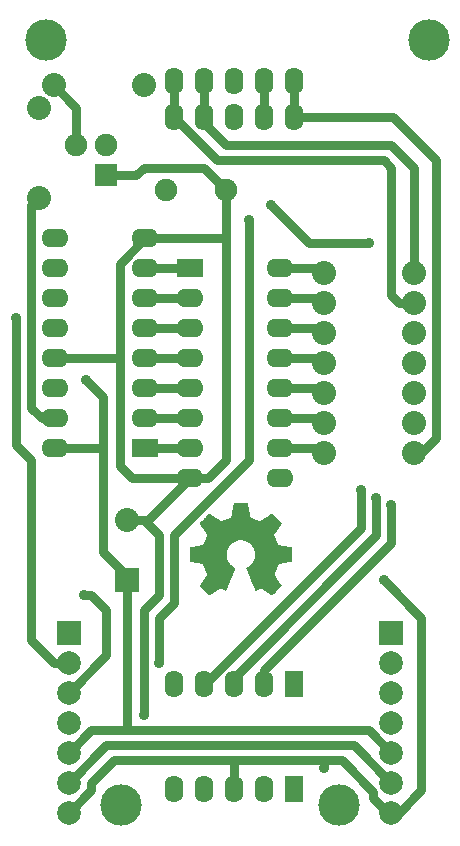
<source format=gbl>
G04 (created by PCBNEW-RS274X (2011-12-21 BZR 3253)-stable) date 15/03/2013 12:04:59*
G01*
G70*
G90*
%MOIN*%
G04 Gerber Fmt 3.4, Leading zero omitted, Abs format*
%FSLAX34Y34*%
G04 APERTURE LIST*
%ADD10C,0.006000*%
%ADD11C,0.000100*%
%ADD12R,0.078700X0.078700*%
%ADD13C,0.078700*%
%ADD14R,0.062000X0.090000*%
%ADD15O,0.062000X0.090000*%
%ADD16R,0.090000X0.062000*%
%ADD17O,0.090000X0.062000*%
%ADD18R,0.075000X0.075000*%
%ADD19C,0.075000*%
%ADD20C,0.080000*%
%ADD21R,0.080000X0.080000*%
%ADD22C,0.137800*%
%ADD23C,0.035000*%
%ADD24C,0.030000*%
G04 APERTURE END LIST*
G54D10*
G54D11*
G36*
X20192Y-28171D02*
X20192Y-28391D01*
X20192Y-28425D01*
X20192Y-28456D01*
X20192Y-28483D01*
X20192Y-28507D01*
X20192Y-28528D01*
X20192Y-28547D01*
X20192Y-28563D01*
X20192Y-28577D01*
X20191Y-28588D01*
X20191Y-28597D01*
X20191Y-28604D01*
X20191Y-28610D01*
X20190Y-28614D01*
X20190Y-28616D01*
X20190Y-28617D01*
X20185Y-28624D01*
X20178Y-28629D01*
X20170Y-28632D01*
X20167Y-28633D01*
X20161Y-28634D01*
X20152Y-28635D01*
X20140Y-28638D01*
X20126Y-28640D01*
X20109Y-28644D01*
X20090Y-28647D01*
X20070Y-28651D01*
X20047Y-28655D01*
X20024Y-28660D01*
X19999Y-28664D01*
X19973Y-28669D01*
X19961Y-28671D01*
X19930Y-28677D01*
X19902Y-28682D01*
X19877Y-28687D01*
X19855Y-28691D01*
X19836Y-28695D01*
X19819Y-28698D01*
X19804Y-28701D01*
X19792Y-28703D01*
X19782Y-28705D01*
X19773Y-28707D01*
X19766Y-28709D01*
X19761Y-28711D01*
X19756Y-28712D01*
X19753Y-28713D01*
X19751Y-28715D01*
X19749Y-28716D01*
X19747Y-28717D01*
X19746Y-28719D01*
X19745Y-28720D01*
X19745Y-28721D01*
X19744Y-28723D01*
X19742Y-28728D01*
X19738Y-28737D01*
X19734Y-28747D01*
X19729Y-28760D01*
X19722Y-28775D01*
X19715Y-28793D01*
X19708Y-28811D01*
X19700Y-28832D01*
X19691Y-28853D01*
X19682Y-28876D01*
X19677Y-28889D01*
X19666Y-28916D01*
X19656Y-28941D01*
X19647Y-28962D01*
X19640Y-28981D01*
X19633Y-28998D01*
X19628Y-29012D01*
X19623Y-29024D01*
X19619Y-29034D01*
X19617Y-29042D01*
X19614Y-29049D01*
X19613Y-29055D01*
X19612Y-29059D01*
X19611Y-29063D01*
X19611Y-29066D01*
X19611Y-29068D01*
X19612Y-29070D01*
X19613Y-29072D01*
X19613Y-29074D01*
X19614Y-29076D01*
X19618Y-29081D01*
X19623Y-29088D01*
X19629Y-29098D01*
X19637Y-29110D01*
X19646Y-29124D01*
X19657Y-29139D01*
X19669Y-29156D01*
X19681Y-29175D01*
X19695Y-29195D01*
X19709Y-29216D01*
X19724Y-29237D01*
X19731Y-29248D01*
X19746Y-29270D01*
X19761Y-29291D01*
X19775Y-29312D01*
X19788Y-29331D01*
X19800Y-29349D01*
X19811Y-29365D01*
X19821Y-29379D01*
X19830Y-29392D01*
X19837Y-29403D01*
X19843Y-29411D01*
X19847Y-29417D01*
X19849Y-29420D01*
X19849Y-29421D01*
X19851Y-29428D01*
X19850Y-29436D01*
X19849Y-29439D01*
X19848Y-29441D01*
X19844Y-29446D01*
X19837Y-29452D01*
X19829Y-29461D01*
X19819Y-29472D01*
X19806Y-29484D01*
X19792Y-29499D01*
X19776Y-29515D01*
X19759Y-29532D01*
X19740Y-29551D01*
X19720Y-29571D01*
X19699Y-29592D01*
X19690Y-29601D01*
X19667Y-29624D01*
X19646Y-29645D01*
X19627Y-29664D01*
X19611Y-29680D01*
X19596Y-29695D01*
X19583Y-29707D01*
X19572Y-29718D01*
X19563Y-29728D01*
X19554Y-29735D01*
X19547Y-29742D01*
X19542Y-29747D01*
X19537Y-29751D01*
X19533Y-29754D01*
X19530Y-29756D01*
X19527Y-29758D01*
X19525Y-29758D01*
X19523Y-29759D01*
X19521Y-29758D01*
X19519Y-29758D01*
X19518Y-29757D01*
X19517Y-29757D01*
X19515Y-29756D01*
X19510Y-29753D01*
X19502Y-29748D01*
X19493Y-29742D01*
X19481Y-29734D01*
X19467Y-29724D01*
X19451Y-29714D01*
X19434Y-29703D01*
X19416Y-29690D01*
X19397Y-29677D01*
X19377Y-29663D01*
X19362Y-29653D01*
X19334Y-29634D01*
X19310Y-29617D01*
X19288Y-29602D01*
X19268Y-29588D01*
X19251Y-29577D01*
X19236Y-29566D01*
X19222Y-29557D01*
X19211Y-29550D01*
X19202Y-29543D01*
X19194Y-29538D01*
X19187Y-29533D01*
X19182Y-29530D01*
X19177Y-29527D01*
X19174Y-29525D01*
X19171Y-29524D01*
X19169Y-29523D01*
X19168Y-29523D01*
X19167Y-29523D01*
X19166Y-29523D01*
X19164Y-29523D01*
X19163Y-29523D01*
X19162Y-29523D01*
X19160Y-29523D01*
X19157Y-29523D01*
X19155Y-29524D01*
X19151Y-29525D01*
X19148Y-29526D01*
X19142Y-29529D01*
X19136Y-29532D01*
X19127Y-29536D01*
X19117Y-29542D01*
X19105Y-29548D01*
X19089Y-29556D01*
X19075Y-29564D01*
X19056Y-29574D01*
X19041Y-29582D01*
X19027Y-29589D01*
X19017Y-29595D01*
X19008Y-29599D01*
X19001Y-29602D01*
X18995Y-29604D01*
X18991Y-29605D01*
X18988Y-29605D01*
X18985Y-29605D01*
X18983Y-29603D01*
X18981Y-29602D01*
X18980Y-29600D01*
X18979Y-29598D01*
X18976Y-29593D01*
X18973Y-29585D01*
X18968Y-29574D01*
X18962Y-29561D01*
X18956Y-29545D01*
X18948Y-29527D01*
X18940Y-29507D01*
X18930Y-29485D01*
X18921Y-29462D01*
X18910Y-29437D01*
X18899Y-29410D01*
X18888Y-29383D01*
X18876Y-29355D01*
X18864Y-29326D01*
X18852Y-29296D01*
X18839Y-29266D01*
X18827Y-29236D01*
X18814Y-29205D01*
X18801Y-29175D01*
X18789Y-29145D01*
X18777Y-29116D01*
X18765Y-29087D01*
X18754Y-29059D01*
X18743Y-29033D01*
X18732Y-29007D01*
X18722Y-28983D01*
X18713Y-28960D01*
X18705Y-28940D01*
X18697Y-28921D01*
X18690Y-28904D01*
X18684Y-28889D01*
X18680Y-28877D01*
X18676Y-28868D01*
X18673Y-28862D01*
X18672Y-28858D01*
X18672Y-28858D01*
X18672Y-28853D01*
X18673Y-28849D01*
X18676Y-28844D01*
X18680Y-28840D01*
X18687Y-28834D01*
X18697Y-28828D01*
X18705Y-28822D01*
X18714Y-28816D01*
X18724Y-28810D01*
X18732Y-28804D01*
X18739Y-28799D01*
X18742Y-28798D01*
X18748Y-28793D01*
X18755Y-28787D01*
X18764Y-28781D01*
X18773Y-28774D01*
X18775Y-28773D01*
X18796Y-28756D01*
X18817Y-28737D01*
X18837Y-28715D01*
X18857Y-28693D01*
X18874Y-28670D01*
X18885Y-28655D01*
X18905Y-28620D01*
X18922Y-28584D01*
X18936Y-28547D01*
X18948Y-28509D01*
X18955Y-28470D01*
X18960Y-28431D01*
X18961Y-28391D01*
X18959Y-28352D01*
X18954Y-28313D01*
X18946Y-28274D01*
X18934Y-28236D01*
X18929Y-28222D01*
X18912Y-28184D01*
X18892Y-28148D01*
X18870Y-28114D01*
X18845Y-28083D01*
X18817Y-28054D01*
X18787Y-28027D01*
X18754Y-28003D01*
X18720Y-27981D01*
X18696Y-27969D01*
X18660Y-27953D01*
X18625Y-27940D01*
X18590Y-27931D01*
X18553Y-27925D01*
X18516Y-27921D01*
X18486Y-27920D01*
X18468Y-27921D01*
X18452Y-27921D01*
X18438Y-27922D01*
X18424Y-27924D01*
X18408Y-27926D01*
X18397Y-27928D01*
X18360Y-27937D01*
X18323Y-27949D01*
X18287Y-27964D01*
X18252Y-27981D01*
X18219Y-28002D01*
X18188Y-28025D01*
X18158Y-28050D01*
X18134Y-28075D01*
X18108Y-28107D01*
X18084Y-28140D01*
X18064Y-28175D01*
X18047Y-28212D01*
X18033Y-28250D01*
X18022Y-28290D01*
X18014Y-28332D01*
X18013Y-28338D01*
X18012Y-28349D01*
X18011Y-28362D01*
X18011Y-28377D01*
X18011Y-28393D01*
X18011Y-28410D01*
X18012Y-28426D01*
X18013Y-28440D01*
X18014Y-28453D01*
X18014Y-28457D01*
X18021Y-28498D01*
X18032Y-28538D01*
X18046Y-28576D01*
X18063Y-28613D01*
X18083Y-28648D01*
X18107Y-28683D01*
X18111Y-28689D01*
X18122Y-28702D01*
X18135Y-28716D01*
X18149Y-28730D01*
X18164Y-28745D01*
X18178Y-28758D01*
X18192Y-28769D01*
X18197Y-28773D01*
X18205Y-28779D01*
X18214Y-28786D01*
X18223Y-28792D01*
X18229Y-28797D01*
X18230Y-28798D01*
X18236Y-28802D01*
X18244Y-28807D01*
X18253Y-28813D01*
X18262Y-28819D01*
X18267Y-28822D01*
X18278Y-28830D01*
X18287Y-28836D01*
X18293Y-28841D01*
X18297Y-28846D01*
X18299Y-28850D01*
X18300Y-28854D01*
X18300Y-28858D01*
X18299Y-28860D01*
X18297Y-28866D01*
X18293Y-28874D01*
X18289Y-28885D01*
X18284Y-28899D01*
X18277Y-28915D01*
X18270Y-28933D01*
X18262Y-28953D01*
X18253Y-28975D01*
X18243Y-28999D01*
X18233Y-29024D01*
X18222Y-29050D01*
X18210Y-29078D01*
X18199Y-29106D01*
X18187Y-29135D01*
X18174Y-29165D01*
X18162Y-29195D01*
X18149Y-29225D01*
X18137Y-29256D01*
X18124Y-29286D01*
X18112Y-29316D01*
X18100Y-29345D01*
X18088Y-29374D01*
X18076Y-29401D01*
X18065Y-29428D01*
X18055Y-29453D01*
X18044Y-29477D01*
X18035Y-29500D01*
X18026Y-29520D01*
X18019Y-29539D01*
X18011Y-29556D01*
X18005Y-29570D01*
X18000Y-29582D01*
X17996Y-29591D01*
X17994Y-29597D01*
X17992Y-29600D01*
X17992Y-29600D01*
X17990Y-29602D01*
X17988Y-29604D01*
X17986Y-29605D01*
X17983Y-29605D01*
X17979Y-29605D01*
X17975Y-29603D01*
X17969Y-29601D01*
X17961Y-29597D01*
X17951Y-29593D01*
X17940Y-29587D01*
X17926Y-29579D01*
X17909Y-29570D01*
X17897Y-29564D01*
X17879Y-29555D01*
X17865Y-29547D01*
X17852Y-29540D01*
X17843Y-29535D01*
X17835Y-29531D01*
X17828Y-29528D01*
X17823Y-29526D01*
X17820Y-29525D01*
X17817Y-29524D01*
X17814Y-29523D01*
X17812Y-29523D01*
X17810Y-29523D01*
X17808Y-29523D01*
X17807Y-29523D01*
X17806Y-29523D01*
X17805Y-29523D01*
X17804Y-29523D01*
X17802Y-29523D01*
X17800Y-29524D01*
X17797Y-29526D01*
X17793Y-29528D01*
X17789Y-29531D01*
X17783Y-29534D01*
X17776Y-29539D01*
X17767Y-29545D01*
X17757Y-29552D01*
X17745Y-29560D01*
X17731Y-29570D01*
X17715Y-29581D01*
X17697Y-29593D01*
X17676Y-29607D01*
X17653Y-29624D01*
X17628Y-29641D01*
X17607Y-29655D01*
X17587Y-29669D01*
X17567Y-29682D01*
X17549Y-29695D01*
X17532Y-29706D01*
X17516Y-29717D01*
X17502Y-29726D01*
X17491Y-29735D01*
X17481Y-29741D01*
X17473Y-29746D01*
X17469Y-29749D01*
X17467Y-29751D01*
X17458Y-29756D01*
X17450Y-29758D01*
X17442Y-29758D01*
X17442Y-29758D01*
X17440Y-29757D01*
X17436Y-29753D01*
X17429Y-29747D01*
X17420Y-29738D01*
X17409Y-29727D01*
X17395Y-29714D01*
X17379Y-29698D01*
X17360Y-29679D01*
X17339Y-29659D01*
X17316Y-29635D01*
X17290Y-29609D01*
X17280Y-29599D01*
X17257Y-29576D01*
X17236Y-29555D01*
X17217Y-29536D01*
X17201Y-29520D01*
X17186Y-29505D01*
X17173Y-29493D01*
X17163Y-29481D01*
X17153Y-29472D01*
X17145Y-29464D01*
X17139Y-29457D01*
X17134Y-29452D01*
X17130Y-29447D01*
X17126Y-29443D01*
X17124Y-29440D01*
X17123Y-29438D01*
X17122Y-29437D01*
X17121Y-29435D01*
X17121Y-29435D01*
X17120Y-29429D01*
X17121Y-29424D01*
X17121Y-29423D01*
X17123Y-29421D01*
X17126Y-29416D01*
X17130Y-29409D01*
X17137Y-29399D01*
X17145Y-29388D01*
X17154Y-29374D01*
X17165Y-29358D01*
X17176Y-29341D01*
X17189Y-29322D01*
X17203Y-29303D01*
X17217Y-29282D01*
X17232Y-29260D01*
X17239Y-29250D01*
X17254Y-29228D01*
X17268Y-29207D01*
X17282Y-29187D01*
X17295Y-29167D01*
X17308Y-29150D01*
X17319Y-29133D01*
X17329Y-29118D01*
X17338Y-29105D01*
X17345Y-29095D01*
X17351Y-29086D01*
X17355Y-29080D01*
X17357Y-29076D01*
X17357Y-29076D01*
X17358Y-29074D01*
X17359Y-29072D01*
X17360Y-29069D01*
X17361Y-29067D01*
X17361Y-29064D01*
X17360Y-29060D01*
X17359Y-29056D01*
X17358Y-29051D01*
X17356Y-29044D01*
X17353Y-29036D01*
X17349Y-29026D01*
X17345Y-29014D01*
X17339Y-29000D01*
X17333Y-28984D01*
X17326Y-28966D01*
X17317Y-28944D01*
X17308Y-28920D01*
X17297Y-28893D01*
X17295Y-28889D01*
X17286Y-28866D01*
X17277Y-28844D01*
X17268Y-28823D01*
X17261Y-28803D01*
X17253Y-28785D01*
X17247Y-28769D01*
X17241Y-28754D01*
X17236Y-28742D01*
X17232Y-28733D01*
X17229Y-28726D01*
X17227Y-28722D01*
X17227Y-28721D01*
X17226Y-28719D01*
X17225Y-28718D01*
X17224Y-28717D01*
X17222Y-28715D01*
X17220Y-28714D01*
X17217Y-28713D01*
X17213Y-28711D01*
X17208Y-28710D01*
X17202Y-28708D01*
X17194Y-28706D01*
X17184Y-28704D01*
X17173Y-28702D01*
X17159Y-28699D01*
X17143Y-28696D01*
X17125Y-28693D01*
X17104Y-28689D01*
X17081Y-28684D01*
X17054Y-28679D01*
X17024Y-28674D01*
X17010Y-28671D01*
X16984Y-28666D01*
X16959Y-28662D01*
X16934Y-28657D01*
X16911Y-28653D01*
X16890Y-28649D01*
X16870Y-28645D01*
X16852Y-28642D01*
X16837Y-28639D01*
X16824Y-28636D01*
X16814Y-28634D01*
X16806Y-28633D01*
X16802Y-28632D01*
X16801Y-28632D01*
X16793Y-28628D01*
X16786Y-28622D01*
X16781Y-28615D01*
X16781Y-28613D01*
X16780Y-28610D01*
X16780Y-28605D01*
X16780Y-28597D01*
X16779Y-28587D01*
X16779Y-28573D01*
X16779Y-28556D01*
X16779Y-28536D01*
X16779Y-28514D01*
X16779Y-28487D01*
X16779Y-28458D01*
X16779Y-28425D01*
X16779Y-28389D01*
X16779Y-28388D01*
X16780Y-28171D01*
X16785Y-28164D01*
X16789Y-28160D01*
X16793Y-28157D01*
X16794Y-28156D01*
X16797Y-28155D01*
X16802Y-28154D01*
X16811Y-28153D01*
X16822Y-28150D01*
X16836Y-28148D01*
X16853Y-28145D01*
X16871Y-28141D01*
X16892Y-28137D01*
X16914Y-28133D01*
X16938Y-28128D01*
X16963Y-28124D01*
X16989Y-28119D01*
X17009Y-28115D01*
X17042Y-28109D01*
X17074Y-28103D01*
X17102Y-28098D01*
X17128Y-28093D01*
X17151Y-28088D01*
X17171Y-28085D01*
X17188Y-28081D01*
X17202Y-28078D01*
X17213Y-28076D01*
X17220Y-28074D01*
X17225Y-28073D01*
X17225Y-28073D01*
X17231Y-28069D01*
X17236Y-28064D01*
X17237Y-28063D01*
X17238Y-28060D01*
X17241Y-28054D01*
X17245Y-28046D01*
X17250Y-28035D01*
X17256Y-28022D01*
X17262Y-28008D01*
X17269Y-27991D01*
X17277Y-27974D01*
X17285Y-27955D01*
X17293Y-27936D01*
X17301Y-27916D01*
X17310Y-27896D01*
X17318Y-27877D01*
X17327Y-27857D01*
X17335Y-27838D01*
X17342Y-27821D01*
X17349Y-27804D01*
X17355Y-27789D01*
X17361Y-27776D01*
X17365Y-27764D01*
X17369Y-27756D01*
X17371Y-27749D01*
X17373Y-27746D01*
X17373Y-27746D01*
X17373Y-27739D01*
X17371Y-27733D01*
X17371Y-27732D01*
X17370Y-27730D01*
X17367Y-27725D01*
X17362Y-27717D01*
X17355Y-27707D01*
X17347Y-27695D01*
X17338Y-27681D01*
X17327Y-27665D01*
X17315Y-27648D01*
X17302Y-27629D01*
X17289Y-27609D01*
X17274Y-27588D01*
X17259Y-27565D01*
X17247Y-27548D01*
X17232Y-27525D01*
X17217Y-27503D01*
X17202Y-27482D01*
X17189Y-27462D01*
X17176Y-27444D01*
X17164Y-27427D01*
X17154Y-27412D01*
X17145Y-27398D01*
X17137Y-27387D01*
X17131Y-27377D01*
X17126Y-27370D01*
X17123Y-27366D01*
X17122Y-27365D01*
X17121Y-27359D01*
X17121Y-27352D01*
X17121Y-27350D01*
X17122Y-27349D01*
X17122Y-27348D01*
X17123Y-27346D01*
X17125Y-27344D01*
X17127Y-27341D01*
X17130Y-27337D01*
X17134Y-27333D01*
X17139Y-27327D01*
X17145Y-27321D01*
X17153Y-27313D01*
X17162Y-27304D01*
X17172Y-27293D01*
X17185Y-27281D01*
X17199Y-27267D01*
X17215Y-27251D01*
X17233Y-27232D01*
X17253Y-27212D01*
X17276Y-27189D01*
X17279Y-27186D01*
X17302Y-27163D01*
X17323Y-27142D01*
X17342Y-27124D01*
X17358Y-27107D01*
X17373Y-27093D01*
X17386Y-27080D01*
X17397Y-27069D01*
X17406Y-27060D01*
X17414Y-27052D01*
X17421Y-27046D01*
X17426Y-27041D01*
X17431Y-27037D01*
X17434Y-27034D01*
X17437Y-27031D01*
X17439Y-27030D01*
X17441Y-27029D01*
X17442Y-27028D01*
X17443Y-27028D01*
X17449Y-27028D01*
X17455Y-27029D01*
X17455Y-27029D01*
X17457Y-27030D01*
X17462Y-27033D01*
X17470Y-27038D01*
X17479Y-27044D01*
X17491Y-27052D01*
X17505Y-27062D01*
X17521Y-27072D01*
X17538Y-27084D01*
X17557Y-27097D01*
X17577Y-27111D01*
X17598Y-27125D01*
X17621Y-27140D01*
X17639Y-27153D01*
X17662Y-27169D01*
X17684Y-27184D01*
X17705Y-27198D01*
X17725Y-27212D01*
X17744Y-27225D01*
X17761Y-27237D01*
X17777Y-27247D01*
X17791Y-27257D01*
X17803Y-27265D01*
X17812Y-27271D01*
X17819Y-27276D01*
X17824Y-27279D01*
X17826Y-27280D01*
X17828Y-27282D01*
X17830Y-27283D01*
X17833Y-27283D01*
X17835Y-27284D01*
X17838Y-27284D01*
X17842Y-27284D01*
X17847Y-27283D01*
X17853Y-27281D01*
X17860Y-27279D01*
X17869Y-27276D01*
X17879Y-27272D01*
X17891Y-27267D01*
X17906Y-27261D01*
X17923Y-27254D01*
X17942Y-27246D01*
X17964Y-27237D01*
X17989Y-27227D01*
X18003Y-27222D01*
X18032Y-27210D01*
X18057Y-27199D01*
X18080Y-27190D01*
X18099Y-27182D01*
X18115Y-27175D01*
X18129Y-27169D01*
X18140Y-27164D01*
X18148Y-27160D01*
X18154Y-27158D01*
X18157Y-27156D01*
X18157Y-27156D01*
X18161Y-27151D01*
X18164Y-27145D01*
X18165Y-27144D01*
X18165Y-27141D01*
X18167Y-27135D01*
X18168Y-27126D01*
X18171Y-27114D01*
X18173Y-27100D01*
X18177Y-27083D01*
X18180Y-27064D01*
X18184Y-27043D01*
X18189Y-27021D01*
X18193Y-26997D01*
X18198Y-26971D01*
X18203Y-26945D01*
X18207Y-26920D01*
X18212Y-26893D01*
X18217Y-26867D01*
X18222Y-26842D01*
X18227Y-26818D01*
X18231Y-26796D01*
X18235Y-26775D01*
X18238Y-26757D01*
X18241Y-26741D01*
X18244Y-26727D01*
X18246Y-26716D01*
X18248Y-26707D01*
X18249Y-26702D01*
X18250Y-26700D01*
X18253Y-26696D01*
X18257Y-26692D01*
X18258Y-26691D01*
X18264Y-26687D01*
X18486Y-26687D01*
X18708Y-26687D01*
X18714Y-26692D01*
X18719Y-26696D01*
X18722Y-26700D01*
X18723Y-26701D01*
X18723Y-26704D01*
X18724Y-26709D01*
X18726Y-26718D01*
X18728Y-26730D01*
X18731Y-26744D01*
X18734Y-26760D01*
X18738Y-26779D01*
X18742Y-26800D01*
X18746Y-26822D01*
X18751Y-26846D01*
X18755Y-26871D01*
X18760Y-26898D01*
X18765Y-26925D01*
X18771Y-26957D01*
X18777Y-26987D01*
X18782Y-27013D01*
X18786Y-27037D01*
X18790Y-27057D01*
X18794Y-27075D01*
X18797Y-27091D01*
X18799Y-27104D01*
X18802Y-27116D01*
X18804Y-27125D01*
X18806Y-27133D01*
X18807Y-27139D01*
X18809Y-27145D01*
X18810Y-27149D01*
X18811Y-27152D01*
X18813Y-27154D01*
X18814Y-27155D01*
X18815Y-27157D01*
X18817Y-27158D01*
X18818Y-27159D01*
X18819Y-27159D01*
X18821Y-27160D01*
X18826Y-27163D01*
X18834Y-27166D01*
X18845Y-27170D01*
X18858Y-27176D01*
X18873Y-27182D01*
X18890Y-27189D01*
X18908Y-27197D01*
X18928Y-27205D01*
X18949Y-27213D01*
X18971Y-27222D01*
X18971Y-27222D01*
X18997Y-27233D01*
X19021Y-27243D01*
X19041Y-27251D01*
X19059Y-27259D01*
X19075Y-27265D01*
X19088Y-27270D01*
X19099Y-27274D01*
X19109Y-27278D01*
X19117Y-27280D01*
X19123Y-27282D01*
X19129Y-27283D01*
X19133Y-27284D01*
X19136Y-27284D01*
X19139Y-27283D01*
X19142Y-27283D01*
X19144Y-27281D01*
X19147Y-27280D01*
X19149Y-27278D01*
X19152Y-27277D01*
X19157Y-27273D01*
X19165Y-27268D01*
X19176Y-27261D01*
X19188Y-27252D01*
X19202Y-27242D01*
X19219Y-27231D01*
X19236Y-27219D01*
X19256Y-27206D01*
X19276Y-27192D01*
X19297Y-27177D01*
X19319Y-27162D01*
X19335Y-27151D01*
X19358Y-27136D01*
X19379Y-27121D01*
X19400Y-27107D01*
X19420Y-27093D01*
X19438Y-27081D01*
X19455Y-27069D01*
X19471Y-27059D01*
X19484Y-27050D01*
X19495Y-27043D01*
X19504Y-27036D01*
X19511Y-27032D01*
X19515Y-27030D01*
X19517Y-27029D01*
X19522Y-27028D01*
X19528Y-27028D01*
X19529Y-27028D01*
X19530Y-27029D01*
X19532Y-27029D01*
X19534Y-27031D01*
X19536Y-27033D01*
X19540Y-27036D01*
X19544Y-27039D01*
X19549Y-27044D01*
X19555Y-27050D01*
X19563Y-27057D01*
X19572Y-27066D01*
X19582Y-27076D01*
X19594Y-27088D01*
X19608Y-27102D01*
X19624Y-27118D01*
X19642Y-27135D01*
X19662Y-27155D01*
X19684Y-27178D01*
X19693Y-27186D01*
X19716Y-27209D01*
X19736Y-27230D01*
X19755Y-27249D01*
X19771Y-27265D01*
X19786Y-27279D01*
X19798Y-27292D01*
X19809Y-27303D01*
X19818Y-27312D01*
X19826Y-27320D01*
X19832Y-27327D01*
X19837Y-27332D01*
X19841Y-27337D01*
X19844Y-27340D01*
X19847Y-27343D01*
X19848Y-27346D01*
X19849Y-27347D01*
X19850Y-27349D01*
X19851Y-27350D01*
X19851Y-27351D01*
X19851Y-27352D01*
X19851Y-27359D01*
X19849Y-27365D01*
X19848Y-27367D01*
X19845Y-27372D01*
X19840Y-27379D01*
X19833Y-27389D01*
X19825Y-27401D01*
X19816Y-27415D01*
X19805Y-27431D01*
X19793Y-27448D01*
X19780Y-27467D01*
X19767Y-27487D01*
X19752Y-27508D01*
X19737Y-27530D01*
X19726Y-27546D01*
X19710Y-27569D01*
X19695Y-27590D01*
X19681Y-27611D01*
X19668Y-27631D01*
X19655Y-27650D01*
X19643Y-27667D01*
X19633Y-27682D01*
X19624Y-27696D01*
X19616Y-27708D01*
X19610Y-27717D01*
X19605Y-27724D01*
X19603Y-27728D01*
X19602Y-27730D01*
X19599Y-27739D01*
X19599Y-27745D01*
X19600Y-27747D01*
X19602Y-27753D01*
X19605Y-27761D01*
X19610Y-27772D01*
X19615Y-27785D01*
X19621Y-27800D01*
X19628Y-27816D01*
X19635Y-27833D01*
X19643Y-27852D01*
X19651Y-27871D01*
X19660Y-27891D01*
X19668Y-27911D01*
X19676Y-27931D01*
X19685Y-27950D01*
X19693Y-27969D01*
X19701Y-27987D01*
X19708Y-28004D01*
X19715Y-28019D01*
X19720Y-28032D01*
X19726Y-28044D01*
X19730Y-28053D01*
X19733Y-28059D01*
X19734Y-28063D01*
X19735Y-28063D01*
X19739Y-28068D01*
X19745Y-28072D01*
X19746Y-28073D01*
X19749Y-28074D01*
X19756Y-28075D01*
X19765Y-28077D01*
X19778Y-28080D01*
X19794Y-28083D01*
X19813Y-28087D01*
X19835Y-28091D01*
X19860Y-28096D01*
X19887Y-28101D01*
X19918Y-28107D01*
X19950Y-28113D01*
X19960Y-28115D01*
X19987Y-28120D01*
X20013Y-28124D01*
X20038Y-28129D01*
X20061Y-28133D01*
X20083Y-28137D01*
X20103Y-28141D01*
X20121Y-28145D01*
X20137Y-28148D01*
X20150Y-28150D01*
X20161Y-28152D01*
X20168Y-28154D01*
X20173Y-28155D01*
X20174Y-28155D01*
X20181Y-28159D01*
X20187Y-28164D01*
X20192Y-28171D01*
X20192Y-28171D01*
X20192Y-28171D01*
G37*
G54D12*
X12750Y-31000D03*
G54D13*
X12750Y-32000D03*
X12750Y-33000D03*
X12750Y-34000D03*
X12750Y-35000D03*
X12750Y-36000D03*
X12750Y-37000D03*
G54D14*
X20250Y-32700D03*
G54D15*
X19250Y-32700D03*
X18250Y-32700D03*
X17250Y-32700D03*
X16250Y-32700D03*
X16250Y-13800D03*
X17250Y-13800D03*
X18250Y-13800D03*
X19250Y-13800D03*
X20250Y-13800D03*
G54D12*
X23500Y-31000D03*
G54D13*
X23500Y-32000D03*
X23500Y-33000D03*
X23500Y-34000D03*
X23500Y-35000D03*
X23500Y-36000D03*
X23500Y-37000D03*
G54D16*
X15300Y-24850D03*
G54D17*
X15300Y-23850D03*
X15300Y-22850D03*
X15300Y-21850D03*
X15300Y-20850D03*
X15300Y-19850D03*
X15300Y-18850D03*
X15300Y-17850D03*
X12300Y-17850D03*
X12300Y-18850D03*
X12300Y-19850D03*
X12300Y-20850D03*
X12300Y-21850D03*
X12300Y-22850D03*
X12300Y-23850D03*
X12300Y-24850D03*
G54D18*
X14000Y-15750D03*
G54D19*
X14000Y-14750D03*
X13000Y-14750D03*
G54D20*
X11750Y-16500D03*
X11750Y-13500D03*
X15250Y-12750D03*
X12250Y-12750D03*
G54D21*
X14700Y-29250D03*
G54D20*
X14700Y-27250D03*
G54D19*
X16000Y-16250D03*
X18000Y-16250D03*
G54D16*
X16800Y-18850D03*
G54D17*
X16800Y-19850D03*
X16800Y-20850D03*
X16800Y-21850D03*
X16800Y-22850D03*
X16800Y-23850D03*
X16800Y-24850D03*
X16800Y-25850D03*
X19800Y-25850D03*
X19800Y-24850D03*
X19800Y-23850D03*
X19800Y-22850D03*
X19800Y-21850D03*
X19800Y-20850D03*
X19800Y-19850D03*
X19800Y-18850D03*
G54D22*
X24750Y-11250D03*
X12000Y-11250D03*
X14500Y-36750D03*
X21750Y-36750D03*
G54D20*
X21250Y-19000D03*
X24250Y-19000D03*
X21250Y-20000D03*
X24250Y-20000D03*
X21250Y-21000D03*
X24250Y-21000D03*
X21250Y-22000D03*
X24250Y-22000D03*
X21250Y-23000D03*
X24250Y-23000D03*
X21250Y-24000D03*
X24250Y-24000D03*
X21250Y-25000D03*
X24250Y-25000D03*
G54D14*
X20250Y-36200D03*
G54D15*
X19250Y-36200D03*
X18250Y-36200D03*
X17250Y-36200D03*
X16250Y-36200D03*
X16250Y-12600D03*
X17250Y-12600D03*
X18250Y-12600D03*
X19250Y-12600D03*
X20250Y-12600D03*
G54D23*
X13320Y-22570D03*
X11000Y-20500D03*
X13250Y-29750D03*
X15250Y-33750D03*
X23250Y-29250D03*
X21250Y-35500D03*
X23000Y-26500D03*
X19500Y-16750D03*
X22750Y-18000D03*
X15750Y-32000D03*
X18750Y-17250D03*
X23500Y-26750D03*
X22500Y-26250D03*
G54D24*
X14700Y-29250D02*
X14700Y-29100D01*
X22750Y-34250D02*
X23500Y-35000D01*
X13500Y-34250D02*
X13750Y-34250D01*
X14700Y-29100D02*
X13900Y-28300D01*
X12750Y-35000D02*
X13500Y-34250D01*
X12300Y-24850D02*
X13900Y-24850D01*
X13750Y-34250D02*
X14500Y-34250D01*
X14700Y-29250D02*
X14700Y-34250D01*
X22000Y-34250D02*
X22750Y-34250D01*
X13900Y-28300D02*
X13900Y-24850D01*
X22750Y-34250D02*
X23500Y-35000D01*
X14500Y-34250D02*
X22000Y-34250D01*
X14700Y-34250D02*
X14500Y-34250D01*
X13900Y-23150D02*
X13320Y-22570D01*
X13900Y-24250D02*
X13900Y-23150D01*
X13900Y-24850D02*
X13900Y-24250D01*
X13900Y-23150D02*
X13320Y-22570D01*
X11500Y-25250D02*
X11000Y-24750D01*
X12250Y-32000D02*
X11500Y-31250D01*
X11500Y-31250D02*
X11500Y-25250D01*
X11000Y-24750D02*
X11000Y-20500D01*
X12750Y-32000D02*
X12250Y-32000D01*
X13500Y-29750D02*
X13250Y-29750D01*
X14000Y-31750D02*
X14000Y-30250D01*
X14000Y-30250D02*
X13500Y-29750D01*
X12750Y-33000D02*
X14000Y-31750D01*
X14450Y-20900D02*
X14450Y-18700D01*
X17250Y-15500D02*
X18000Y-16250D01*
X15250Y-27250D02*
X15400Y-27250D01*
X14598Y-34750D02*
X14000Y-34750D01*
X15750Y-27750D02*
X15250Y-27250D01*
X22250Y-34750D02*
X14598Y-34750D01*
X18000Y-17750D02*
X18000Y-16250D01*
X18000Y-17850D02*
X18000Y-17750D01*
X15750Y-29750D02*
X15750Y-27750D01*
X14450Y-18700D02*
X15300Y-17850D01*
X15250Y-15500D02*
X17250Y-15500D01*
X14700Y-27250D02*
X15250Y-27250D01*
X17400Y-25850D02*
X18000Y-25250D01*
X14850Y-25850D02*
X14450Y-25450D01*
X15250Y-33750D02*
X15250Y-31750D01*
X18000Y-25250D02*
X18000Y-17750D01*
X15400Y-27250D02*
X16800Y-25850D01*
X15250Y-31750D02*
X15250Y-30250D01*
X15250Y-30250D02*
X15750Y-29750D01*
X16750Y-17850D02*
X15300Y-17850D01*
X16800Y-25850D02*
X14850Y-25850D01*
X14000Y-34750D02*
X12750Y-36000D01*
X12300Y-21850D02*
X14450Y-21850D01*
X16800Y-25850D02*
X17400Y-25850D01*
X14000Y-15750D02*
X15000Y-15750D01*
X14450Y-21850D02*
X14450Y-20900D01*
X16750Y-17850D02*
X18000Y-17850D01*
X23500Y-36000D02*
X22250Y-34750D01*
X15000Y-15750D02*
X15250Y-15500D01*
X14450Y-25450D02*
X14450Y-21850D01*
X11500Y-16750D02*
X11750Y-16500D01*
X12300Y-23850D02*
X11850Y-23850D01*
X11850Y-23850D02*
X11500Y-23500D01*
X11500Y-23500D02*
X11500Y-16750D01*
X15300Y-18850D02*
X16800Y-18850D01*
X15300Y-20850D02*
X16800Y-20850D01*
X15300Y-22850D02*
X16800Y-22850D01*
X23400Y-37000D02*
X22900Y-36500D01*
X21250Y-35250D02*
X21750Y-35250D01*
X23500Y-37000D02*
X23750Y-37000D01*
X22900Y-36500D02*
X22900Y-36300D01*
X22900Y-36300D02*
X21850Y-35250D01*
X21850Y-35250D02*
X21750Y-35250D01*
X23500Y-37000D02*
X23400Y-37000D01*
X13500Y-36250D02*
X13500Y-36000D01*
X12750Y-37000D02*
X13500Y-36250D01*
X21250Y-35500D02*
X21250Y-35250D01*
X14250Y-35250D02*
X18250Y-35250D01*
X18250Y-35250D02*
X20250Y-35250D01*
X13500Y-36000D02*
X14250Y-35250D01*
X20250Y-35250D02*
X21250Y-35250D01*
X23750Y-37000D02*
X24500Y-36250D01*
X24500Y-30500D02*
X23250Y-29250D01*
X24500Y-36250D02*
X24500Y-30500D01*
X18250Y-36200D02*
X18250Y-35250D01*
X17250Y-13800D02*
X17250Y-12600D01*
X17250Y-13800D02*
X17250Y-14000D01*
X24250Y-15500D02*
X24250Y-19000D01*
X17250Y-14000D02*
X18000Y-14750D01*
X23500Y-14750D02*
X24250Y-15500D01*
X18000Y-14750D02*
X23500Y-14750D01*
X23750Y-20000D02*
X23500Y-19750D01*
X23250Y-15250D02*
X17700Y-15250D01*
X17700Y-15250D02*
X16250Y-13800D01*
X23500Y-19750D02*
X23500Y-15500D01*
X23500Y-15500D02*
X23250Y-15250D01*
X24250Y-20000D02*
X23750Y-20000D01*
X16250Y-13800D02*
X16250Y-12600D01*
X20250Y-13800D02*
X20250Y-12600D01*
X24250Y-25000D02*
X24500Y-25000D01*
X23550Y-13800D02*
X24250Y-14500D01*
X24500Y-25000D02*
X25000Y-24500D01*
X20250Y-13800D02*
X23550Y-13800D01*
X25000Y-15250D02*
X24250Y-14500D01*
X25000Y-24500D02*
X25000Y-15250D01*
X23000Y-27750D02*
X23000Y-26500D01*
X18250Y-32700D02*
X18250Y-32500D01*
X18250Y-32500D02*
X23000Y-27750D01*
X19250Y-13800D02*
X19250Y-12600D01*
X20750Y-18000D02*
X22750Y-18000D01*
X19500Y-16750D02*
X20750Y-18000D01*
X15300Y-24850D02*
X16800Y-24850D01*
X15300Y-19850D02*
X16800Y-19850D01*
X15300Y-21850D02*
X16800Y-21850D01*
X21100Y-24850D02*
X21250Y-25000D01*
X19800Y-24850D02*
X21100Y-24850D01*
X21100Y-23850D02*
X21250Y-24000D01*
X19800Y-23850D02*
X21100Y-23850D01*
X19800Y-22850D02*
X21100Y-22850D01*
X21100Y-22850D02*
X21250Y-23000D01*
X21100Y-21850D02*
X21250Y-22000D01*
X19800Y-21850D02*
X21100Y-21850D01*
X19800Y-20850D02*
X21100Y-20850D01*
X21100Y-20850D02*
X21250Y-21000D01*
X21100Y-19850D02*
X21250Y-20000D01*
X19800Y-19850D02*
X21100Y-19850D01*
X19800Y-18850D02*
X21100Y-18850D01*
X21100Y-18850D02*
X21250Y-19000D01*
X15750Y-32000D02*
X15750Y-30500D01*
X16250Y-30000D02*
X16250Y-27750D01*
X15750Y-30500D02*
X16250Y-30000D01*
X16250Y-27750D02*
X18750Y-25250D01*
X18750Y-25250D02*
X18750Y-17250D01*
X13000Y-14750D02*
X13000Y-13500D01*
X13000Y-13500D02*
X12250Y-12750D01*
X19250Y-32250D02*
X23500Y-28000D01*
X23500Y-27750D02*
X23500Y-26750D01*
X19250Y-32700D02*
X19250Y-32250D01*
X23500Y-28000D02*
X23500Y-27750D01*
X22500Y-27500D02*
X22500Y-26250D01*
X17250Y-32700D02*
X17300Y-32700D01*
X17300Y-32700D02*
X22500Y-27500D01*
X15300Y-23850D02*
X16800Y-23850D01*
M02*

</source>
